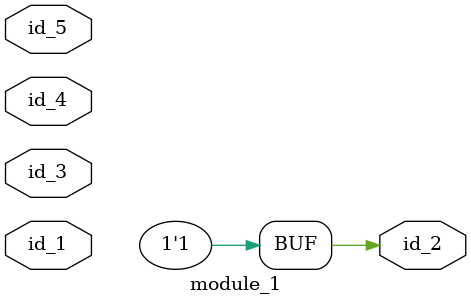
<source format=v>
module module_0;
  wire id_2;
  assign id_1.id_2 = -1;
  assign id_1 = id_2;
  tri id_3 = id_1 - -1'b0;
endmodule
module module_1 (
    id_1,
    id_2,
    id_3,
    id_4,
    id_5
);
  inout wire id_5;
  inout wire id_4;
  input wire id_3;
  output wire id_2;
  inout wire id_1;
  wire id_6, id_7, id_8;
  wire id_9, id_10;
  wire id_11, id_12;
  wire id_13;
  assign id_2 = 1;
  wire id_14;
  module_0 modCall_1 ();
endmodule

</source>
